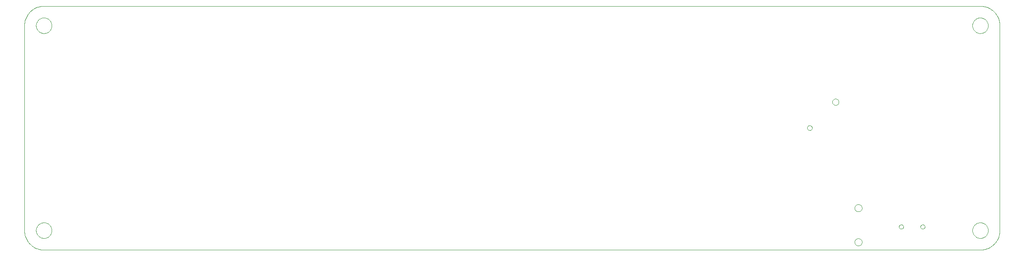
<source format=gbp>
G75*
G70*
%OFA0B0*%
%FSLAX24Y24*%
%IPPOS*%
%LPD*%
%AMOC8*
5,1,8,0,0,1.08239X$1,22.5*
%
%ADD10C,0.0000*%
D10*
X001725Y000937D02*
X077315Y000937D01*
X076685Y002512D02*
X076687Y002562D01*
X076693Y002612D01*
X076703Y002661D01*
X076717Y002709D01*
X076734Y002756D01*
X076755Y002801D01*
X076780Y002845D01*
X076808Y002886D01*
X076840Y002925D01*
X076874Y002962D01*
X076911Y002996D01*
X076951Y003026D01*
X076993Y003053D01*
X077037Y003077D01*
X077083Y003098D01*
X077130Y003114D01*
X077178Y003127D01*
X077228Y003136D01*
X077277Y003141D01*
X077328Y003142D01*
X077378Y003139D01*
X077427Y003132D01*
X077476Y003121D01*
X077524Y003106D01*
X077570Y003088D01*
X077615Y003066D01*
X077658Y003040D01*
X077699Y003011D01*
X077738Y002979D01*
X077774Y002944D01*
X077806Y002906D01*
X077836Y002866D01*
X077863Y002823D01*
X077886Y002779D01*
X077905Y002733D01*
X077921Y002685D01*
X077933Y002636D01*
X077941Y002587D01*
X077945Y002537D01*
X077945Y002487D01*
X077941Y002437D01*
X077933Y002388D01*
X077921Y002339D01*
X077905Y002291D01*
X077886Y002245D01*
X077863Y002201D01*
X077836Y002158D01*
X077806Y002118D01*
X077774Y002080D01*
X077738Y002045D01*
X077699Y002013D01*
X077658Y001984D01*
X077615Y001958D01*
X077570Y001936D01*
X077524Y001918D01*
X077476Y001903D01*
X077427Y001892D01*
X077378Y001885D01*
X077328Y001882D01*
X077277Y001883D01*
X077228Y001888D01*
X077178Y001897D01*
X077130Y001910D01*
X077083Y001926D01*
X077037Y001947D01*
X076993Y001971D01*
X076951Y001998D01*
X076911Y002028D01*
X076874Y002062D01*
X076840Y002099D01*
X076808Y002138D01*
X076780Y002179D01*
X076755Y002223D01*
X076734Y002268D01*
X076717Y002315D01*
X076703Y002363D01*
X076693Y002412D01*
X076687Y002462D01*
X076685Y002512D01*
X077315Y000937D02*
X077392Y000939D01*
X077469Y000945D01*
X077546Y000954D01*
X077622Y000967D01*
X077698Y000984D01*
X077772Y001005D01*
X077846Y001029D01*
X077918Y001057D01*
X077988Y001088D01*
X078057Y001123D01*
X078125Y001161D01*
X078190Y001202D01*
X078253Y001247D01*
X078314Y001295D01*
X078373Y001345D01*
X078429Y001398D01*
X078482Y001454D01*
X078532Y001513D01*
X078580Y001574D01*
X078625Y001637D01*
X078666Y001702D01*
X078704Y001770D01*
X078739Y001839D01*
X078770Y001909D01*
X078798Y001981D01*
X078822Y002055D01*
X078843Y002129D01*
X078860Y002205D01*
X078873Y002281D01*
X078882Y002358D01*
X078888Y002435D01*
X078890Y002512D01*
X078890Y019048D01*
X076685Y019048D02*
X076687Y019098D01*
X076693Y019148D01*
X076703Y019197D01*
X076717Y019245D01*
X076734Y019292D01*
X076755Y019337D01*
X076780Y019381D01*
X076808Y019422D01*
X076840Y019461D01*
X076874Y019498D01*
X076911Y019532D01*
X076951Y019562D01*
X076993Y019589D01*
X077037Y019613D01*
X077083Y019634D01*
X077130Y019650D01*
X077178Y019663D01*
X077228Y019672D01*
X077277Y019677D01*
X077328Y019678D01*
X077378Y019675D01*
X077427Y019668D01*
X077476Y019657D01*
X077524Y019642D01*
X077570Y019624D01*
X077615Y019602D01*
X077658Y019576D01*
X077699Y019547D01*
X077738Y019515D01*
X077774Y019480D01*
X077806Y019442D01*
X077836Y019402D01*
X077863Y019359D01*
X077886Y019315D01*
X077905Y019269D01*
X077921Y019221D01*
X077933Y019172D01*
X077941Y019123D01*
X077945Y019073D01*
X077945Y019023D01*
X077941Y018973D01*
X077933Y018924D01*
X077921Y018875D01*
X077905Y018827D01*
X077886Y018781D01*
X077863Y018737D01*
X077836Y018694D01*
X077806Y018654D01*
X077774Y018616D01*
X077738Y018581D01*
X077699Y018549D01*
X077658Y018520D01*
X077615Y018494D01*
X077570Y018472D01*
X077524Y018454D01*
X077476Y018439D01*
X077427Y018428D01*
X077378Y018421D01*
X077328Y018418D01*
X077277Y018419D01*
X077228Y018424D01*
X077178Y018433D01*
X077130Y018446D01*
X077083Y018462D01*
X077037Y018483D01*
X076993Y018507D01*
X076951Y018534D01*
X076911Y018564D01*
X076874Y018598D01*
X076840Y018635D01*
X076808Y018674D01*
X076780Y018715D01*
X076755Y018759D01*
X076734Y018804D01*
X076717Y018851D01*
X076703Y018899D01*
X076693Y018948D01*
X076687Y018998D01*
X076685Y019048D01*
X077315Y020623D02*
X077392Y020621D01*
X077469Y020615D01*
X077546Y020606D01*
X077622Y020593D01*
X077698Y020576D01*
X077772Y020555D01*
X077846Y020531D01*
X077918Y020503D01*
X077988Y020472D01*
X078057Y020437D01*
X078125Y020399D01*
X078190Y020358D01*
X078253Y020313D01*
X078314Y020265D01*
X078373Y020215D01*
X078429Y020162D01*
X078482Y020106D01*
X078532Y020047D01*
X078580Y019986D01*
X078625Y019923D01*
X078666Y019858D01*
X078704Y019790D01*
X078739Y019721D01*
X078770Y019651D01*
X078798Y019579D01*
X078822Y019505D01*
X078843Y019431D01*
X078860Y019355D01*
X078873Y019279D01*
X078882Y019202D01*
X078888Y019125D01*
X078890Y019048D01*
X077315Y020622D02*
X001725Y020622D01*
X001095Y019048D02*
X001097Y019098D01*
X001103Y019148D01*
X001113Y019197D01*
X001127Y019245D01*
X001144Y019292D01*
X001165Y019337D01*
X001190Y019381D01*
X001218Y019422D01*
X001250Y019461D01*
X001284Y019498D01*
X001321Y019532D01*
X001361Y019562D01*
X001403Y019589D01*
X001447Y019613D01*
X001493Y019634D01*
X001540Y019650D01*
X001588Y019663D01*
X001638Y019672D01*
X001687Y019677D01*
X001738Y019678D01*
X001788Y019675D01*
X001837Y019668D01*
X001886Y019657D01*
X001934Y019642D01*
X001980Y019624D01*
X002025Y019602D01*
X002068Y019576D01*
X002109Y019547D01*
X002148Y019515D01*
X002184Y019480D01*
X002216Y019442D01*
X002246Y019402D01*
X002273Y019359D01*
X002296Y019315D01*
X002315Y019269D01*
X002331Y019221D01*
X002343Y019172D01*
X002351Y019123D01*
X002355Y019073D01*
X002355Y019023D01*
X002351Y018973D01*
X002343Y018924D01*
X002331Y018875D01*
X002315Y018827D01*
X002296Y018781D01*
X002273Y018737D01*
X002246Y018694D01*
X002216Y018654D01*
X002184Y018616D01*
X002148Y018581D01*
X002109Y018549D01*
X002068Y018520D01*
X002025Y018494D01*
X001980Y018472D01*
X001934Y018454D01*
X001886Y018439D01*
X001837Y018428D01*
X001788Y018421D01*
X001738Y018418D01*
X001687Y018419D01*
X001638Y018424D01*
X001588Y018433D01*
X001540Y018446D01*
X001493Y018462D01*
X001447Y018483D01*
X001403Y018507D01*
X001361Y018534D01*
X001321Y018564D01*
X001284Y018598D01*
X001250Y018635D01*
X001218Y018674D01*
X001190Y018715D01*
X001165Y018759D01*
X001144Y018804D01*
X001127Y018851D01*
X001113Y018899D01*
X001103Y018948D01*
X001097Y018998D01*
X001095Y019048D01*
X000150Y019048D02*
X000152Y019125D01*
X000158Y019202D01*
X000167Y019279D01*
X000180Y019355D01*
X000197Y019431D01*
X000218Y019505D01*
X000242Y019579D01*
X000270Y019651D01*
X000301Y019721D01*
X000336Y019790D01*
X000374Y019858D01*
X000415Y019923D01*
X000460Y019986D01*
X000508Y020047D01*
X000558Y020106D01*
X000611Y020162D01*
X000667Y020215D01*
X000726Y020265D01*
X000787Y020313D01*
X000850Y020358D01*
X000915Y020399D01*
X000983Y020437D01*
X001052Y020472D01*
X001122Y020503D01*
X001194Y020531D01*
X001268Y020555D01*
X001342Y020576D01*
X001418Y020593D01*
X001494Y020606D01*
X001571Y020615D01*
X001648Y020621D01*
X001725Y020623D01*
X000150Y019048D02*
X000150Y002512D01*
X001095Y002512D02*
X001097Y002562D01*
X001103Y002612D01*
X001113Y002661D01*
X001127Y002709D01*
X001144Y002756D01*
X001165Y002801D01*
X001190Y002845D01*
X001218Y002886D01*
X001250Y002925D01*
X001284Y002962D01*
X001321Y002996D01*
X001361Y003026D01*
X001403Y003053D01*
X001447Y003077D01*
X001493Y003098D01*
X001540Y003114D01*
X001588Y003127D01*
X001638Y003136D01*
X001687Y003141D01*
X001738Y003142D01*
X001788Y003139D01*
X001837Y003132D01*
X001886Y003121D01*
X001934Y003106D01*
X001980Y003088D01*
X002025Y003066D01*
X002068Y003040D01*
X002109Y003011D01*
X002148Y002979D01*
X002184Y002944D01*
X002216Y002906D01*
X002246Y002866D01*
X002273Y002823D01*
X002296Y002779D01*
X002315Y002733D01*
X002331Y002685D01*
X002343Y002636D01*
X002351Y002587D01*
X002355Y002537D01*
X002355Y002487D01*
X002351Y002437D01*
X002343Y002388D01*
X002331Y002339D01*
X002315Y002291D01*
X002296Y002245D01*
X002273Y002201D01*
X002246Y002158D01*
X002216Y002118D01*
X002184Y002080D01*
X002148Y002045D01*
X002109Y002013D01*
X002068Y001984D01*
X002025Y001958D01*
X001980Y001936D01*
X001934Y001918D01*
X001886Y001903D01*
X001837Y001892D01*
X001788Y001885D01*
X001738Y001882D01*
X001687Y001883D01*
X001638Y001888D01*
X001588Y001897D01*
X001540Y001910D01*
X001493Y001926D01*
X001447Y001947D01*
X001403Y001971D01*
X001361Y001998D01*
X001321Y002028D01*
X001284Y002062D01*
X001250Y002099D01*
X001218Y002138D01*
X001190Y002179D01*
X001165Y002223D01*
X001144Y002268D01*
X001127Y002315D01*
X001113Y002363D01*
X001103Y002412D01*
X001097Y002462D01*
X001095Y002512D01*
X000150Y002512D02*
X000152Y002435D01*
X000158Y002358D01*
X000167Y002281D01*
X000180Y002205D01*
X000197Y002129D01*
X000218Y002055D01*
X000242Y001981D01*
X000270Y001909D01*
X000301Y001839D01*
X000336Y001770D01*
X000374Y001702D01*
X000415Y001637D01*
X000460Y001574D01*
X000508Y001513D01*
X000558Y001454D01*
X000611Y001398D01*
X000667Y001345D01*
X000726Y001295D01*
X000787Y001247D01*
X000850Y001202D01*
X000915Y001161D01*
X000983Y001123D01*
X001052Y001088D01*
X001122Y001057D01*
X001194Y001029D01*
X001268Y001005D01*
X001342Y000984D01*
X001418Y000967D01*
X001494Y000954D01*
X001571Y000945D01*
X001648Y000939D01*
X001725Y000937D01*
X063349Y010790D02*
X063351Y010817D01*
X063357Y010844D01*
X063366Y010870D01*
X063379Y010894D01*
X063395Y010917D01*
X063414Y010936D01*
X063436Y010953D01*
X063460Y010967D01*
X063485Y010977D01*
X063512Y010984D01*
X063539Y010987D01*
X063567Y010986D01*
X063594Y010981D01*
X063620Y010973D01*
X063644Y010961D01*
X063667Y010945D01*
X063688Y010927D01*
X063705Y010906D01*
X063720Y010882D01*
X063731Y010857D01*
X063739Y010831D01*
X063743Y010804D01*
X063743Y010776D01*
X063739Y010749D01*
X063731Y010723D01*
X063720Y010698D01*
X063705Y010674D01*
X063688Y010653D01*
X063667Y010635D01*
X063645Y010619D01*
X063620Y010607D01*
X063594Y010599D01*
X063567Y010594D01*
X063539Y010593D01*
X063512Y010596D01*
X063485Y010603D01*
X063460Y010613D01*
X063436Y010627D01*
X063414Y010644D01*
X063395Y010663D01*
X063379Y010686D01*
X063366Y010710D01*
X063357Y010736D01*
X063351Y010763D01*
X063349Y010790D01*
X065378Y012878D02*
X065380Y012909D01*
X065386Y012940D01*
X065395Y012970D01*
X065408Y012999D01*
X065425Y013026D01*
X065445Y013050D01*
X065467Y013072D01*
X065493Y013091D01*
X065520Y013107D01*
X065549Y013119D01*
X065579Y013128D01*
X065610Y013133D01*
X065642Y013134D01*
X065673Y013131D01*
X065704Y013124D01*
X065734Y013114D01*
X065762Y013100D01*
X065788Y013082D01*
X065812Y013062D01*
X065833Y013038D01*
X065852Y013013D01*
X065867Y012985D01*
X065878Y012956D01*
X065886Y012925D01*
X065890Y012894D01*
X065890Y012862D01*
X065886Y012831D01*
X065878Y012800D01*
X065867Y012771D01*
X065852Y012743D01*
X065833Y012718D01*
X065812Y012694D01*
X065788Y012674D01*
X065762Y012656D01*
X065734Y012642D01*
X065704Y012632D01*
X065673Y012625D01*
X065642Y012622D01*
X065610Y012623D01*
X065579Y012628D01*
X065549Y012637D01*
X065520Y012649D01*
X065493Y012665D01*
X065467Y012684D01*
X065445Y012706D01*
X065425Y012730D01*
X065408Y012757D01*
X065395Y012786D01*
X065386Y012816D01*
X065380Y012847D01*
X065378Y012878D01*
X067178Y004323D02*
X067180Y004357D01*
X067186Y004391D01*
X067196Y004424D01*
X067209Y004455D01*
X067227Y004485D01*
X067247Y004513D01*
X067271Y004538D01*
X067297Y004560D01*
X067325Y004578D01*
X067356Y004594D01*
X067388Y004606D01*
X067422Y004614D01*
X067456Y004618D01*
X067490Y004618D01*
X067524Y004614D01*
X067558Y004606D01*
X067590Y004594D01*
X067620Y004578D01*
X067649Y004560D01*
X067675Y004538D01*
X067699Y004513D01*
X067719Y004485D01*
X067737Y004455D01*
X067750Y004424D01*
X067760Y004391D01*
X067766Y004357D01*
X067768Y004323D01*
X067766Y004289D01*
X067760Y004255D01*
X067750Y004222D01*
X067737Y004191D01*
X067719Y004161D01*
X067699Y004133D01*
X067675Y004108D01*
X067649Y004086D01*
X067621Y004068D01*
X067590Y004052D01*
X067558Y004040D01*
X067524Y004032D01*
X067490Y004028D01*
X067456Y004028D01*
X067422Y004032D01*
X067388Y004040D01*
X067356Y004052D01*
X067325Y004068D01*
X067297Y004086D01*
X067271Y004108D01*
X067247Y004133D01*
X067227Y004161D01*
X067209Y004191D01*
X067196Y004222D01*
X067186Y004255D01*
X067180Y004289D01*
X067178Y004323D01*
X070760Y002807D02*
X070762Y002833D01*
X070768Y002859D01*
X070778Y002884D01*
X070791Y002907D01*
X070807Y002927D01*
X070827Y002945D01*
X070849Y002960D01*
X070872Y002972D01*
X070898Y002980D01*
X070924Y002984D01*
X070950Y002984D01*
X070976Y002980D01*
X071002Y002972D01*
X071026Y002960D01*
X071047Y002945D01*
X071067Y002927D01*
X071083Y002907D01*
X071096Y002884D01*
X071106Y002859D01*
X071112Y002833D01*
X071114Y002807D01*
X071112Y002781D01*
X071106Y002755D01*
X071096Y002730D01*
X071083Y002707D01*
X071067Y002687D01*
X071047Y002669D01*
X071025Y002654D01*
X071002Y002642D01*
X070976Y002634D01*
X070950Y002630D01*
X070924Y002630D01*
X070898Y002634D01*
X070872Y002642D01*
X070848Y002654D01*
X070827Y002669D01*
X070807Y002687D01*
X070791Y002707D01*
X070778Y002730D01*
X070768Y002755D01*
X070762Y002781D01*
X070760Y002807D01*
X072493Y002807D02*
X072495Y002833D01*
X072501Y002859D01*
X072511Y002884D01*
X072524Y002907D01*
X072540Y002927D01*
X072560Y002945D01*
X072582Y002960D01*
X072605Y002972D01*
X072631Y002980D01*
X072657Y002984D01*
X072683Y002984D01*
X072709Y002980D01*
X072735Y002972D01*
X072759Y002960D01*
X072780Y002945D01*
X072800Y002927D01*
X072816Y002907D01*
X072829Y002884D01*
X072839Y002859D01*
X072845Y002833D01*
X072847Y002807D01*
X072845Y002781D01*
X072839Y002755D01*
X072829Y002730D01*
X072816Y002707D01*
X072800Y002687D01*
X072780Y002669D01*
X072758Y002654D01*
X072735Y002642D01*
X072709Y002634D01*
X072683Y002630D01*
X072657Y002630D01*
X072631Y002634D01*
X072605Y002642D01*
X072581Y002654D01*
X072560Y002669D01*
X072540Y002687D01*
X072524Y002707D01*
X072511Y002730D01*
X072501Y002755D01*
X072495Y002781D01*
X072493Y002807D01*
X067178Y001567D02*
X067180Y001601D01*
X067186Y001635D01*
X067196Y001668D01*
X067209Y001699D01*
X067227Y001729D01*
X067247Y001757D01*
X067271Y001782D01*
X067297Y001804D01*
X067325Y001822D01*
X067356Y001838D01*
X067388Y001850D01*
X067422Y001858D01*
X067456Y001862D01*
X067490Y001862D01*
X067524Y001858D01*
X067558Y001850D01*
X067590Y001838D01*
X067620Y001822D01*
X067649Y001804D01*
X067675Y001782D01*
X067699Y001757D01*
X067719Y001729D01*
X067737Y001699D01*
X067750Y001668D01*
X067760Y001635D01*
X067766Y001601D01*
X067768Y001567D01*
X067766Y001533D01*
X067760Y001499D01*
X067750Y001466D01*
X067737Y001435D01*
X067719Y001405D01*
X067699Y001377D01*
X067675Y001352D01*
X067649Y001330D01*
X067621Y001312D01*
X067590Y001296D01*
X067558Y001284D01*
X067524Y001276D01*
X067490Y001272D01*
X067456Y001272D01*
X067422Y001276D01*
X067388Y001284D01*
X067356Y001296D01*
X067325Y001312D01*
X067297Y001330D01*
X067271Y001352D01*
X067247Y001377D01*
X067227Y001405D01*
X067209Y001435D01*
X067196Y001466D01*
X067186Y001499D01*
X067180Y001533D01*
X067178Y001567D01*
M02*

</source>
